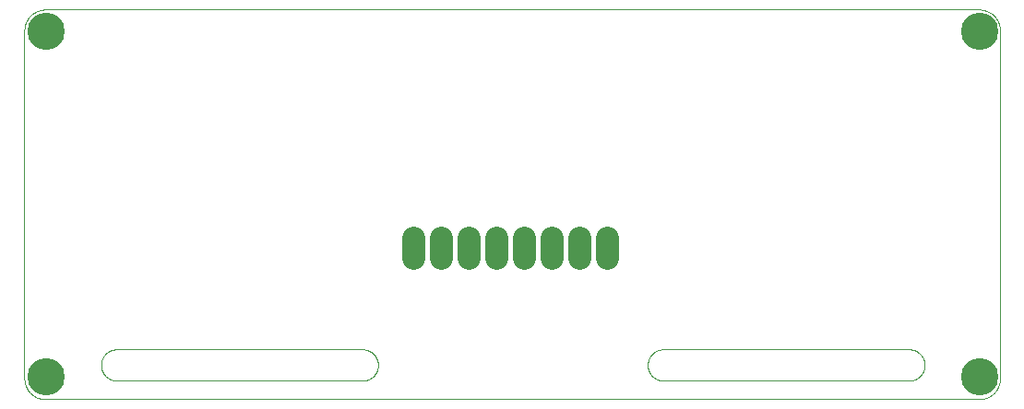
<source format=gts>
G75*
%MOIN*%
%OFA0B0*%
%FSLAX25Y25*%
%IPPOS*%
%LPD*%
%AMOC8*
5,1,8,0,0,1.08239X$1,22.5*
%
%ADD10C,0.00000*%
%ADD11C,0.13461*%
%ADD12C,0.08200*%
D10*
X0025300Y0008800D02*
X0362800Y0008800D01*
X0362981Y0008802D01*
X0363162Y0008809D01*
X0363343Y0008820D01*
X0363524Y0008835D01*
X0363704Y0008855D01*
X0363884Y0008879D01*
X0364063Y0008907D01*
X0364241Y0008940D01*
X0364418Y0008977D01*
X0364595Y0009018D01*
X0364770Y0009063D01*
X0364945Y0009113D01*
X0365118Y0009167D01*
X0365289Y0009225D01*
X0365460Y0009287D01*
X0365628Y0009354D01*
X0365795Y0009424D01*
X0365961Y0009498D01*
X0366124Y0009577D01*
X0366285Y0009659D01*
X0366445Y0009745D01*
X0366602Y0009835D01*
X0366757Y0009929D01*
X0366910Y0010026D01*
X0367060Y0010128D01*
X0367208Y0010232D01*
X0367354Y0010341D01*
X0367496Y0010452D01*
X0367636Y0010568D01*
X0367773Y0010686D01*
X0367908Y0010808D01*
X0368039Y0010933D01*
X0368167Y0011061D01*
X0368292Y0011192D01*
X0368414Y0011327D01*
X0368532Y0011464D01*
X0368648Y0011604D01*
X0368759Y0011746D01*
X0368868Y0011892D01*
X0368972Y0012040D01*
X0369074Y0012190D01*
X0369171Y0012343D01*
X0369265Y0012498D01*
X0369355Y0012655D01*
X0369441Y0012815D01*
X0369523Y0012976D01*
X0369602Y0013139D01*
X0369676Y0013305D01*
X0369746Y0013472D01*
X0369813Y0013640D01*
X0369875Y0013811D01*
X0369933Y0013982D01*
X0369987Y0014155D01*
X0370037Y0014330D01*
X0370082Y0014505D01*
X0370123Y0014682D01*
X0370160Y0014859D01*
X0370193Y0015037D01*
X0370221Y0015216D01*
X0370245Y0015396D01*
X0370265Y0015576D01*
X0370280Y0015757D01*
X0370291Y0015938D01*
X0370298Y0016119D01*
X0370300Y0016300D01*
X0370300Y0142300D01*
X0370298Y0142481D01*
X0370291Y0142662D01*
X0370280Y0142843D01*
X0370265Y0143024D01*
X0370245Y0143204D01*
X0370221Y0143384D01*
X0370193Y0143563D01*
X0370160Y0143741D01*
X0370123Y0143918D01*
X0370082Y0144095D01*
X0370037Y0144270D01*
X0369987Y0144445D01*
X0369933Y0144618D01*
X0369875Y0144789D01*
X0369813Y0144960D01*
X0369746Y0145128D01*
X0369676Y0145295D01*
X0369602Y0145461D01*
X0369523Y0145624D01*
X0369441Y0145785D01*
X0369355Y0145945D01*
X0369265Y0146102D01*
X0369171Y0146257D01*
X0369074Y0146410D01*
X0368972Y0146560D01*
X0368868Y0146708D01*
X0368759Y0146854D01*
X0368648Y0146996D01*
X0368532Y0147136D01*
X0368414Y0147273D01*
X0368292Y0147408D01*
X0368167Y0147539D01*
X0368039Y0147667D01*
X0367908Y0147792D01*
X0367773Y0147914D01*
X0367636Y0148032D01*
X0367496Y0148148D01*
X0367354Y0148259D01*
X0367208Y0148368D01*
X0367060Y0148472D01*
X0366910Y0148574D01*
X0366757Y0148671D01*
X0366602Y0148765D01*
X0366445Y0148855D01*
X0366285Y0148941D01*
X0366124Y0149023D01*
X0365961Y0149102D01*
X0365795Y0149176D01*
X0365628Y0149246D01*
X0365460Y0149313D01*
X0365289Y0149375D01*
X0365118Y0149433D01*
X0364945Y0149487D01*
X0364770Y0149537D01*
X0364595Y0149582D01*
X0364418Y0149623D01*
X0364241Y0149660D01*
X0364063Y0149693D01*
X0363884Y0149721D01*
X0363704Y0149745D01*
X0363524Y0149765D01*
X0363343Y0149780D01*
X0363162Y0149791D01*
X0362981Y0149798D01*
X0362800Y0149800D01*
X0025300Y0149800D01*
X0025119Y0149798D01*
X0024938Y0149791D01*
X0024757Y0149780D01*
X0024576Y0149765D01*
X0024396Y0149745D01*
X0024216Y0149721D01*
X0024037Y0149693D01*
X0023859Y0149660D01*
X0023682Y0149623D01*
X0023505Y0149582D01*
X0023330Y0149537D01*
X0023155Y0149487D01*
X0022982Y0149433D01*
X0022811Y0149375D01*
X0022640Y0149313D01*
X0022472Y0149246D01*
X0022305Y0149176D01*
X0022139Y0149102D01*
X0021976Y0149023D01*
X0021815Y0148941D01*
X0021655Y0148855D01*
X0021498Y0148765D01*
X0021343Y0148671D01*
X0021190Y0148574D01*
X0021040Y0148472D01*
X0020892Y0148368D01*
X0020746Y0148259D01*
X0020604Y0148148D01*
X0020464Y0148032D01*
X0020327Y0147914D01*
X0020192Y0147792D01*
X0020061Y0147667D01*
X0019933Y0147539D01*
X0019808Y0147408D01*
X0019686Y0147273D01*
X0019568Y0147136D01*
X0019452Y0146996D01*
X0019341Y0146854D01*
X0019232Y0146708D01*
X0019128Y0146560D01*
X0019026Y0146410D01*
X0018929Y0146257D01*
X0018835Y0146102D01*
X0018745Y0145945D01*
X0018659Y0145785D01*
X0018577Y0145624D01*
X0018498Y0145461D01*
X0018424Y0145295D01*
X0018354Y0145128D01*
X0018287Y0144960D01*
X0018225Y0144789D01*
X0018167Y0144618D01*
X0018113Y0144445D01*
X0018063Y0144270D01*
X0018018Y0144095D01*
X0017977Y0143918D01*
X0017940Y0143741D01*
X0017907Y0143563D01*
X0017879Y0143384D01*
X0017855Y0143204D01*
X0017835Y0143024D01*
X0017820Y0142843D01*
X0017809Y0142662D01*
X0017802Y0142481D01*
X0017800Y0142300D01*
X0017800Y0016300D01*
X0017802Y0016119D01*
X0017809Y0015938D01*
X0017820Y0015757D01*
X0017835Y0015576D01*
X0017855Y0015396D01*
X0017879Y0015216D01*
X0017907Y0015037D01*
X0017940Y0014859D01*
X0017977Y0014682D01*
X0018018Y0014505D01*
X0018063Y0014330D01*
X0018113Y0014155D01*
X0018167Y0013982D01*
X0018225Y0013811D01*
X0018287Y0013640D01*
X0018354Y0013472D01*
X0018424Y0013305D01*
X0018498Y0013139D01*
X0018577Y0012976D01*
X0018659Y0012815D01*
X0018745Y0012655D01*
X0018835Y0012498D01*
X0018929Y0012343D01*
X0019026Y0012190D01*
X0019128Y0012040D01*
X0019232Y0011892D01*
X0019341Y0011746D01*
X0019452Y0011604D01*
X0019568Y0011464D01*
X0019686Y0011327D01*
X0019808Y0011192D01*
X0019933Y0011061D01*
X0020061Y0010933D01*
X0020192Y0010808D01*
X0020327Y0010686D01*
X0020464Y0010568D01*
X0020604Y0010452D01*
X0020746Y0010341D01*
X0020892Y0010232D01*
X0021040Y0010128D01*
X0021190Y0010026D01*
X0021343Y0009929D01*
X0021498Y0009835D01*
X0021655Y0009745D01*
X0021815Y0009659D01*
X0021976Y0009577D01*
X0022139Y0009498D01*
X0022305Y0009424D01*
X0022472Y0009354D01*
X0022640Y0009287D01*
X0022811Y0009225D01*
X0022982Y0009167D01*
X0023155Y0009113D01*
X0023330Y0009063D01*
X0023505Y0009018D01*
X0023682Y0008977D01*
X0023859Y0008940D01*
X0024037Y0008907D01*
X0024216Y0008879D01*
X0024396Y0008855D01*
X0024576Y0008835D01*
X0024757Y0008820D01*
X0024938Y0008809D01*
X0025119Y0008802D01*
X0025300Y0008800D01*
X0050550Y0015550D02*
X0140550Y0015550D01*
X0140698Y0015568D01*
X0140845Y0015590D01*
X0140992Y0015616D01*
X0141137Y0015646D01*
X0141282Y0015680D01*
X0141427Y0015718D01*
X0141570Y0015759D01*
X0141712Y0015804D01*
X0141852Y0015853D01*
X0141991Y0015906D01*
X0142129Y0015962D01*
X0142266Y0016022D01*
X0142401Y0016085D01*
X0142534Y0016152D01*
X0142665Y0016222D01*
X0142794Y0016296D01*
X0142921Y0016373D01*
X0143047Y0016454D01*
X0143170Y0016537D01*
X0143291Y0016624D01*
X0143409Y0016715D01*
X0143525Y0016808D01*
X0143639Y0016904D01*
X0143750Y0017003D01*
X0143859Y0017105D01*
X0143964Y0017210D01*
X0144067Y0017318D01*
X0144167Y0017428D01*
X0144264Y0017541D01*
X0144358Y0017656D01*
X0144449Y0017774D01*
X0144537Y0017894D01*
X0144622Y0018017D01*
X0144703Y0018141D01*
X0144782Y0018268D01*
X0144856Y0018397D01*
X0144928Y0018528D01*
X0144996Y0018660D01*
X0145060Y0018794D01*
X0145121Y0018930D01*
X0145178Y0019068D01*
X0145232Y0019207D01*
X0145282Y0019347D01*
X0145328Y0019489D01*
X0145370Y0019631D01*
X0145409Y0019775D01*
X0145444Y0019920D01*
X0145475Y0020065D01*
X0145502Y0020212D01*
X0145526Y0020359D01*
X0145545Y0020506D01*
X0145561Y0020655D01*
X0145573Y0020803D01*
X0145581Y0020952D01*
X0145585Y0021101D01*
X0145585Y0021249D01*
X0145581Y0021398D01*
X0145573Y0021547D01*
X0145561Y0021695D01*
X0145545Y0021844D01*
X0145526Y0021991D01*
X0145502Y0022138D01*
X0145475Y0022285D01*
X0145444Y0022430D01*
X0145409Y0022575D01*
X0145370Y0022719D01*
X0145328Y0022861D01*
X0145282Y0023003D01*
X0145232Y0023143D01*
X0145178Y0023282D01*
X0145121Y0023420D01*
X0145060Y0023556D01*
X0144996Y0023690D01*
X0144928Y0023822D01*
X0144856Y0023953D01*
X0144782Y0024082D01*
X0144703Y0024209D01*
X0144622Y0024333D01*
X0144537Y0024456D01*
X0144449Y0024576D01*
X0144358Y0024694D01*
X0144264Y0024809D01*
X0144167Y0024922D01*
X0144067Y0025032D01*
X0143964Y0025140D01*
X0143859Y0025245D01*
X0143750Y0025347D01*
X0143639Y0025446D01*
X0143525Y0025542D01*
X0143409Y0025635D01*
X0143291Y0025726D01*
X0143170Y0025813D01*
X0143047Y0025896D01*
X0142921Y0025977D01*
X0142794Y0026054D01*
X0142665Y0026128D01*
X0142534Y0026198D01*
X0142401Y0026265D01*
X0142266Y0026328D01*
X0142129Y0026388D01*
X0141991Y0026444D01*
X0141852Y0026497D01*
X0141712Y0026546D01*
X0141570Y0026591D01*
X0141427Y0026632D01*
X0141282Y0026670D01*
X0141137Y0026704D01*
X0140992Y0026734D01*
X0140845Y0026760D01*
X0140698Y0026782D01*
X0140550Y0026800D01*
X0050550Y0026800D01*
X0050402Y0026782D01*
X0050255Y0026760D01*
X0050108Y0026734D01*
X0049963Y0026704D01*
X0049818Y0026670D01*
X0049673Y0026632D01*
X0049530Y0026591D01*
X0049388Y0026546D01*
X0049248Y0026497D01*
X0049109Y0026444D01*
X0048971Y0026388D01*
X0048834Y0026328D01*
X0048699Y0026265D01*
X0048566Y0026198D01*
X0048435Y0026128D01*
X0048306Y0026054D01*
X0048179Y0025977D01*
X0048053Y0025896D01*
X0047930Y0025813D01*
X0047809Y0025726D01*
X0047691Y0025635D01*
X0047575Y0025542D01*
X0047461Y0025446D01*
X0047350Y0025347D01*
X0047241Y0025245D01*
X0047136Y0025140D01*
X0047033Y0025032D01*
X0046933Y0024922D01*
X0046836Y0024809D01*
X0046742Y0024694D01*
X0046651Y0024576D01*
X0046563Y0024456D01*
X0046478Y0024333D01*
X0046397Y0024209D01*
X0046318Y0024082D01*
X0046244Y0023953D01*
X0046172Y0023822D01*
X0046104Y0023690D01*
X0046040Y0023556D01*
X0045979Y0023420D01*
X0045922Y0023282D01*
X0045868Y0023143D01*
X0045818Y0023003D01*
X0045772Y0022861D01*
X0045730Y0022719D01*
X0045691Y0022575D01*
X0045656Y0022430D01*
X0045625Y0022285D01*
X0045598Y0022138D01*
X0045574Y0021991D01*
X0045555Y0021844D01*
X0045539Y0021695D01*
X0045527Y0021547D01*
X0045519Y0021398D01*
X0045515Y0021249D01*
X0045515Y0021101D01*
X0045519Y0020952D01*
X0045527Y0020803D01*
X0045539Y0020655D01*
X0045555Y0020506D01*
X0045574Y0020359D01*
X0045598Y0020212D01*
X0045625Y0020065D01*
X0045656Y0019920D01*
X0045691Y0019775D01*
X0045730Y0019631D01*
X0045772Y0019489D01*
X0045818Y0019347D01*
X0045868Y0019207D01*
X0045922Y0019068D01*
X0045979Y0018930D01*
X0046040Y0018794D01*
X0046104Y0018660D01*
X0046172Y0018528D01*
X0046244Y0018397D01*
X0046318Y0018268D01*
X0046397Y0018141D01*
X0046478Y0018017D01*
X0046563Y0017894D01*
X0046651Y0017774D01*
X0046742Y0017656D01*
X0046836Y0017541D01*
X0046933Y0017428D01*
X0047033Y0017318D01*
X0047136Y0017210D01*
X0047241Y0017105D01*
X0047350Y0017003D01*
X0047461Y0016904D01*
X0047575Y0016808D01*
X0047691Y0016715D01*
X0047809Y0016624D01*
X0047930Y0016537D01*
X0048053Y0016454D01*
X0048179Y0016373D01*
X0048306Y0016296D01*
X0048435Y0016222D01*
X0048566Y0016152D01*
X0048699Y0016085D01*
X0048834Y0016022D01*
X0048971Y0015962D01*
X0049109Y0015906D01*
X0049248Y0015853D01*
X0049388Y0015804D01*
X0049530Y0015759D01*
X0049673Y0015718D01*
X0049818Y0015680D01*
X0049963Y0015646D01*
X0050108Y0015616D01*
X0050255Y0015590D01*
X0050402Y0015568D01*
X0050550Y0015550D01*
X0248050Y0015550D02*
X0338050Y0015550D01*
X0338198Y0015568D01*
X0338345Y0015590D01*
X0338492Y0015616D01*
X0338637Y0015646D01*
X0338782Y0015680D01*
X0338927Y0015718D01*
X0339070Y0015759D01*
X0339212Y0015804D01*
X0339352Y0015853D01*
X0339491Y0015906D01*
X0339629Y0015962D01*
X0339766Y0016022D01*
X0339901Y0016085D01*
X0340034Y0016152D01*
X0340165Y0016222D01*
X0340294Y0016296D01*
X0340421Y0016373D01*
X0340547Y0016454D01*
X0340670Y0016537D01*
X0340791Y0016624D01*
X0340909Y0016715D01*
X0341025Y0016808D01*
X0341139Y0016904D01*
X0341250Y0017003D01*
X0341359Y0017105D01*
X0341464Y0017210D01*
X0341567Y0017318D01*
X0341667Y0017428D01*
X0341764Y0017541D01*
X0341858Y0017656D01*
X0341949Y0017774D01*
X0342037Y0017894D01*
X0342122Y0018017D01*
X0342203Y0018141D01*
X0342282Y0018268D01*
X0342356Y0018397D01*
X0342428Y0018528D01*
X0342496Y0018660D01*
X0342560Y0018794D01*
X0342621Y0018930D01*
X0342678Y0019068D01*
X0342732Y0019207D01*
X0342782Y0019347D01*
X0342828Y0019489D01*
X0342870Y0019631D01*
X0342909Y0019775D01*
X0342944Y0019920D01*
X0342975Y0020065D01*
X0343002Y0020212D01*
X0343026Y0020359D01*
X0343045Y0020506D01*
X0343061Y0020655D01*
X0343073Y0020803D01*
X0343081Y0020952D01*
X0343085Y0021101D01*
X0343085Y0021249D01*
X0343081Y0021398D01*
X0343073Y0021547D01*
X0343061Y0021695D01*
X0343045Y0021844D01*
X0343026Y0021991D01*
X0343002Y0022138D01*
X0342975Y0022285D01*
X0342944Y0022430D01*
X0342909Y0022575D01*
X0342870Y0022719D01*
X0342828Y0022861D01*
X0342782Y0023003D01*
X0342732Y0023143D01*
X0342678Y0023282D01*
X0342621Y0023420D01*
X0342560Y0023556D01*
X0342496Y0023690D01*
X0342428Y0023822D01*
X0342356Y0023953D01*
X0342282Y0024082D01*
X0342203Y0024209D01*
X0342122Y0024333D01*
X0342037Y0024456D01*
X0341949Y0024576D01*
X0341858Y0024694D01*
X0341764Y0024809D01*
X0341667Y0024922D01*
X0341567Y0025032D01*
X0341464Y0025140D01*
X0341359Y0025245D01*
X0341250Y0025347D01*
X0341139Y0025446D01*
X0341025Y0025542D01*
X0340909Y0025635D01*
X0340791Y0025726D01*
X0340670Y0025813D01*
X0340547Y0025896D01*
X0340421Y0025977D01*
X0340294Y0026054D01*
X0340165Y0026128D01*
X0340034Y0026198D01*
X0339901Y0026265D01*
X0339766Y0026328D01*
X0339629Y0026388D01*
X0339491Y0026444D01*
X0339352Y0026497D01*
X0339212Y0026546D01*
X0339070Y0026591D01*
X0338927Y0026632D01*
X0338782Y0026670D01*
X0338637Y0026704D01*
X0338492Y0026734D01*
X0338345Y0026760D01*
X0338198Y0026782D01*
X0338050Y0026800D01*
X0248050Y0026800D01*
X0247902Y0026782D01*
X0247755Y0026760D01*
X0247608Y0026734D01*
X0247463Y0026704D01*
X0247318Y0026670D01*
X0247173Y0026632D01*
X0247030Y0026591D01*
X0246888Y0026546D01*
X0246748Y0026497D01*
X0246609Y0026444D01*
X0246471Y0026388D01*
X0246334Y0026328D01*
X0246199Y0026265D01*
X0246066Y0026198D01*
X0245935Y0026128D01*
X0245806Y0026054D01*
X0245679Y0025977D01*
X0245553Y0025896D01*
X0245430Y0025813D01*
X0245309Y0025726D01*
X0245191Y0025635D01*
X0245075Y0025542D01*
X0244961Y0025446D01*
X0244850Y0025347D01*
X0244741Y0025245D01*
X0244636Y0025140D01*
X0244533Y0025032D01*
X0244433Y0024922D01*
X0244336Y0024809D01*
X0244242Y0024694D01*
X0244151Y0024576D01*
X0244063Y0024456D01*
X0243978Y0024333D01*
X0243897Y0024209D01*
X0243818Y0024082D01*
X0243744Y0023953D01*
X0243672Y0023822D01*
X0243604Y0023690D01*
X0243540Y0023556D01*
X0243479Y0023420D01*
X0243422Y0023282D01*
X0243368Y0023143D01*
X0243318Y0023003D01*
X0243272Y0022861D01*
X0243230Y0022719D01*
X0243191Y0022575D01*
X0243156Y0022430D01*
X0243125Y0022285D01*
X0243098Y0022138D01*
X0243074Y0021991D01*
X0243055Y0021844D01*
X0243039Y0021695D01*
X0243027Y0021547D01*
X0243019Y0021398D01*
X0243015Y0021249D01*
X0243015Y0021101D01*
X0243019Y0020952D01*
X0243027Y0020803D01*
X0243039Y0020655D01*
X0243055Y0020506D01*
X0243074Y0020359D01*
X0243098Y0020212D01*
X0243125Y0020065D01*
X0243156Y0019920D01*
X0243191Y0019775D01*
X0243230Y0019631D01*
X0243272Y0019489D01*
X0243318Y0019347D01*
X0243368Y0019207D01*
X0243422Y0019068D01*
X0243479Y0018930D01*
X0243540Y0018794D01*
X0243604Y0018660D01*
X0243672Y0018528D01*
X0243744Y0018397D01*
X0243818Y0018268D01*
X0243897Y0018141D01*
X0243978Y0018017D01*
X0244063Y0017894D01*
X0244151Y0017774D01*
X0244242Y0017656D01*
X0244336Y0017541D01*
X0244433Y0017428D01*
X0244533Y0017318D01*
X0244636Y0017210D01*
X0244741Y0017105D01*
X0244850Y0017003D01*
X0244961Y0016904D01*
X0245075Y0016808D01*
X0245191Y0016715D01*
X0245309Y0016624D01*
X0245430Y0016537D01*
X0245553Y0016454D01*
X0245679Y0016373D01*
X0245806Y0016296D01*
X0245935Y0016222D01*
X0246066Y0016152D01*
X0246199Y0016085D01*
X0246334Y0016022D01*
X0246471Y0015962D01*
X0246609Y0015906D01*
X0246748Y0015853D01*
X0246888Y0015804D01*
X0247030Y0015759D01*
X0247173Y0015718D01*
X0247318Y0015680D01*
X0247463Y0015646D01*
X0247608Y0015616D01*
X0247755Y0015590D01*
X0247902Y0015568D01*
X0248050Y0015550D01*
D11*
X0363050Y0016800D03*
X0363050Y0141800D03*
X0025550Y0141800D03*
X0025550Y0016800D03*
D12*
X0158300Y0059850D02*
X0158300Y0067250D01*
X0168300Y0067250D02*
X0168300Y0059850D01*
X0178300Y0059850D02*
X0178300Y0067250D01*
X0188300Y0067250D02*
X0188300Y0059850D01*
X0198300Y0059850D02*
X0198300Y0067250D01*
X0208300Y0067250D02*
X0208300Y0059850D01*
X0218300Y0059850D02*
X0218300Y0067250D01*
X0228300Y0067250D02*
X0228300Y0059850D01*
M02*

</source>
